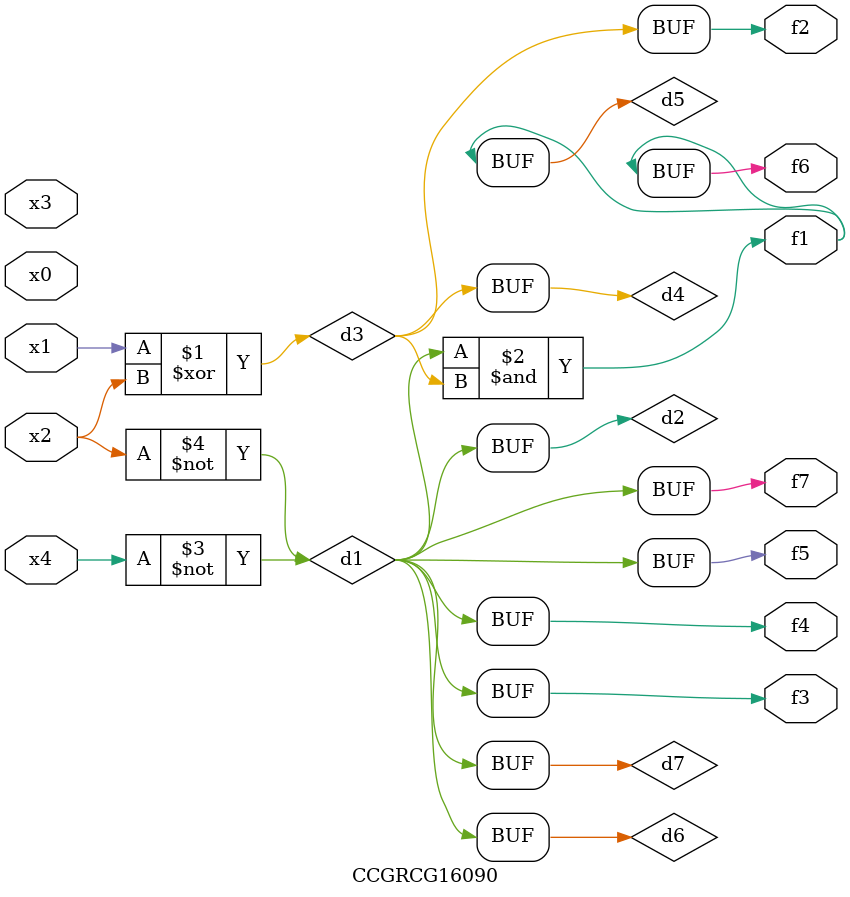
<source format=v>
module CCGRCG16090(
	input x0, x1, x2, x3, x4,
	output f1, f2, f3, f4, f5, f6, f7
);

	wire d1, d2, d3, d4, d5, d6, d7;

	not (d1, x4);
	not (d2, x2);
	xor (d3, x1, x2);
	buf (d4, d3);
	and (d5, d1, d3);
	buf (d6, d1, d2);
	buf (d7, d2);
	assign f1 = d5;
	assign f2 = d4;
	assign f3 = d7;
	assign f4 = d7;
	assign f5 = d7;
	assign f6 = d5;
	assign f7 = d7;
endmodule

</source>
